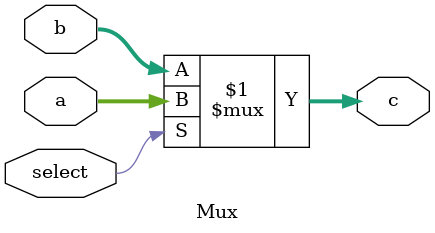
<source format=v>
module Mux (a,b,select,c);
  parameter n = 32;
  input [n-1:0] a;
  input [n-1:0] b;
  input select;
  output [n-1:0] c;  
  
  assign c = select?a:b;
  
endmodule

</source>
